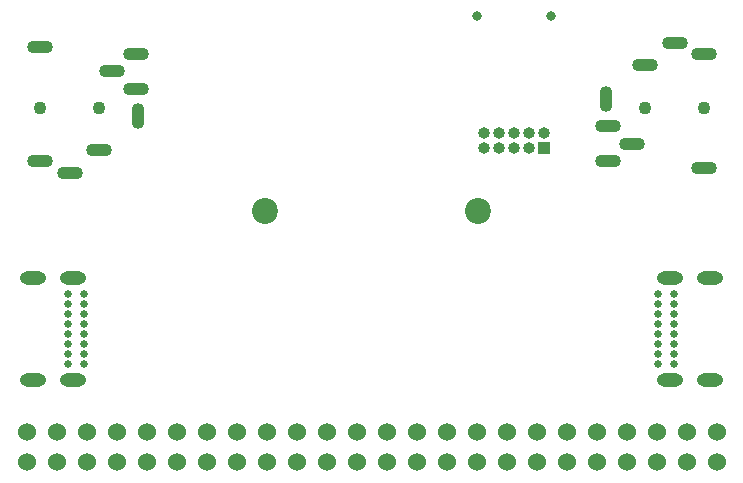
<source format=gbr>
%TF.GenerationSoftware,KiCad,Pcbnew,(6.0.6)*%
%TF.CreationDate,2022-09-05T11:07:09-07:00*%
%TF.ProjectId,Nour-Core,4e6f7572-2d43-46f7-9265-2e6b69636164,rev?*%
%TF.SameCoordinates,Original*%
%TF.FileFunction,Soldermask,Bot*%
%TF.FilePolarity,Negative*%
%FSLAX46Y46*%
G04 Gerber Fmt 4.6, Leading zero omitted, Abs format (unit mm)*
G04 Created by KiCad (PCBNEW (6.0.6)) date 2022-09-05 11:07:09*
%MOMM*%
%LPD*%
G01*
G04 APERTURE LIST*
%ADD10C,0.650000*%
%ADD11O,2.216000X1.108000*%
%ADD12C,2.200000*%
%ADD13C,0.800000*%
%ADD14C,1.524000*%
%ADD15C,1.100000*%
%ADD16O,1.100000X2.200000*%
%ADD17O,2.200000X1.100000*%
%ADD18R,1.000000X1.000000*%
%ADD19O,1.000000X1.000000*%
G04 APERTURE END LIST*
D10*
%TO.C,J4*%
X86275000Y-150275000D03*
X86275000Y-151125000D03*
X86275000Y-151975000D03*
X86275000Y-152825000D03*
X86275000Y-153675000D03*
X86275000Y-154525000D03*
X86275000Y-155375000D03*
X86275000Y-156225000D03*
X84925000Y-156225000D03*
X84925000Y-155375000D03*
X84925000Y-154525000D03*
X84925000Y-153675000D03*
X84925000Y-152825000D03*
X84925000Y-151975000D03*
X84925000Y-151125000D03*
X84925000Y-150275000D03*
D11*
X85295000Y-148925000D03*
X85295000Y-157575000D03*
X81915000Y-148925000D03*
X81915000Y-157575000D03*
%TD*%
D12*
%TO.C,REF\u002A\u002A*%
X101550000Y-143250000D03*
%TD*%
D13*
%TO.C,SW1*%
X125800000Y-126750000D03*
X119500000Y-126750000D03*
%TD*%
D10*
%TO.C,J3*%
X134875000Y-156225000D03*
X134875000Y-155375000D03*
X134875000Y-154525000D03*
X134875000Y-153675000D03*
X134875000Y-152825000D03*
X134875000Y-151975000D03*
X134875000Y-151125000D03*
X134875000Y-150275000D03*
X136225000Y-150275000D03*
X136225000Y-151125000D03*
X136225000Y-151975000D03*
X136225000Y-152825000D03*
X136225000Y-153675000D03*
X136225000Y-154525000D03*
X136225000Y-155375000D03*
X136225000Y-156225000D03*
D11*
X135855000Y-157575000D03*
X135855000Y-148925000D03*
X139235000Y-157575000D03*
X139235000Y-148925000D03*
%TD*%
D14*
%TO.C,U4*%
X81400000Y-162010000D03*
X83940000Y-162010000D03*
X86480000Y-162010000D03*
X89020000Y-162010000D03*
X91560000Y-162010000D03*
X94100000Y-162010000D03*
X96640000Y-162010000D03*
X99180000Y-162010000D03*
X101720000Y-162010000D03*
X104260000Y-162010000D03*
X106800000Y-162010000D03*
X109340000Y-162010000D03*
X111880000Y-162010000D03*
X114420000Y-162010000D03*
X116960000Y-162010000D03*
X119500000Y-162010000D03*
X122040000Y-162010000D03*
X124580000Y-162010000D03*
X127120000Y-162010000D03*
X129660000Y-162010000D03*
X132200000Y-162010000D03*
X134740000Y-162010000D03*
X137280000Y-162010000D03*
X139820000Y-162010000D03*
X139820000Y-164550000D03*
X137280000Y-164550000D03*
X134740000Y-164550000D03*
X132200000Y-164550000D03*
X129660000Y-164550000D03*
X127120000Y-164550000D03*
X124580000Y-164550000D03*
X122040000Y-164550000D03*
X119500000Y-164550000D03*
X116960000Y-164550000D03*
X114420000Y-164550000D03*
X111880000Y-164550000D03*
X109340000Y-164550000D03*
X106800000Y-164550000D03*
X104260000Y-164550000D03*
X101720000Y-164550000D03*
X99180000Y-164550000D03*
X96640000Y-164550000D03*
X94100000Y-164550000D03*
X91560000Y-164550000D03*
X89020000Y-164550000D03*
X86480000Y-164550000D03*
X83940000Y-164550000D03*
X81400000Y-164550000D03*
%TD*%
D12*
%TO.C,REF\u002A\u002A*%
X119650000Y-143250000D03*
%TD*%
D15*
%TO.C,J1*%
X133750000Y-134500000D03*
X138750000Y-134500000D03*
D16*
X130450000Y-133800000D03*
D17*
X133750000Y-130900000D03*
X130650000Y-136100000D03*
X138750000Y-130000000D03*
X132650000Y-137600000D03*
X130650000Y-139000000D03*
X138750000Y-139600000D03*
X136250000Y-129000000D03*
%TD*%
D18*
%TO.C,J2*%
X125175000Y-137895000D03*
D19*
X125175000Y-136625000D03*
X123905000Y-137895000D03*
X123905000Y-136625000D03*
X122635000Y-137895000D03*
X122635000Y-136625000D03*
X121365000Y-137895000D03*
X121365000Y-136625000D03*
X120095000Y-137895000D03*
X120095000Y-136625000D03*
%TD*%
D15*
%TO.C,J5*%
X87550000Y-134500000D03*
X82550000Y-134500000D03*
D16*
X90850000Y-135200000D03*
D17*
X87550000Y-138100000D03*
X90650000Y-132900000D03*
X82550000Y-139000000D03*
X88650000Y-131400000D03*
X90650000Y-130000000D03*
X82550000Y-129400000D03*
X85050000Y-140000000D03*
%TD*%
M02*

</source>
